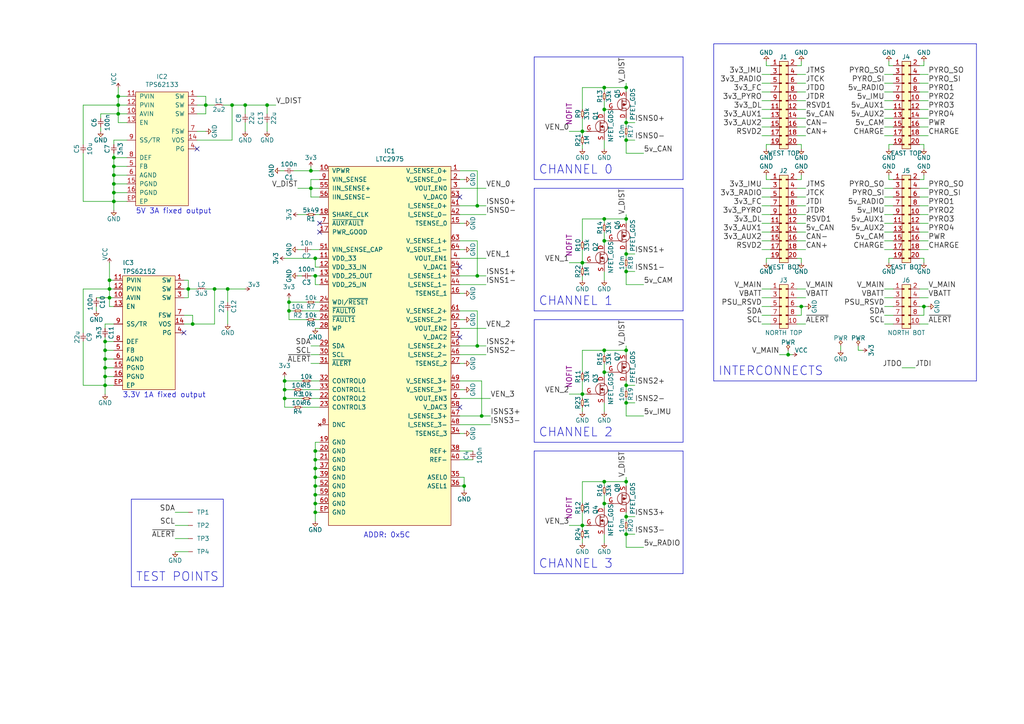
<source format=kicad_sch>
(kicad_sch (version 20230121) (generator eeschema)
  (paper "A4")
  (title_block (title "M3PSU - DC/DC 5V Converter Board") (date "2017-07-26") (rev "1") (company "CU Spaceflight") (comment 1 "Drawn by: Jamie Wood"))
  (junction (at 181.61 139.7))
  (junction (at 181.61 40.64))
  (junction (at 67.31 30.48))
  (junction (at 91.44 140.97))
  (junction (at 175.26 101.6))
  (junction (at 91.44 80.01))
  (junction (at 31.75 86.36))
  (junction (at 91.44 133.35))
  (junction (at 91.44 130.81))
  (junction (at 175.26 139.7))
  (junction (at 90.17 49.53))
  (junction (at 168.91 114.3))
  (junction (at 30.48 109.22))
  (junction (at 30.48 106.68))
  (junction (at 83.82 90.17))
  (junction (at 77.47 30.48))
  (junction (at 181.61 25.4))
  (junction (at 82.55 110.49))
  (junction (at 34.29 33.02))
  (junction (at 267.97 88.9))
  (junction (at 34.29 30.48))
  (junction (at 34.29 27.94))
  (junction (at 90.17 54.61))
  (junction (at 59.69 30.48))
  (junction (at 83.82 87.63))
  (junction (at 82.55 115.57))
  (junction (at 181.61 73.66))
  (junction (at 62.23 83.82))
  (junction (at 181.61 116.84))
  (junction (at 91.44 148.59))
  (junction (at 91.44 146.05))
  (junction (at 168.91 38.1))
  (junction (at 181.61 101.6))
  (junction (at 33.02 48.26))
  (junction (at 30.48 101.6))
  (junction (at 181.61 78.74))
  (junction (at 31.75 81.28))
  (junction (at 33.02 55.88))
  (junction (at 181.61 149.86))
  (junction (at 175.26 69.85))
  (junction (at 33.02 53.34))
  (junction (at 30.48 104.14))
  (junction (at 91.44 74.93))
  (junction (at 91.44 143.51))
  (junction (at 138.43 59.69))
  (junction (at 228.6 102.87))
  (junction (at 138.43 80.01))
  (junction (at 175.26 31.75))
  (junction (at 175.26 146.05))
  (junction (at 181.61 35.56))
  (junction (at 91.44 138.43))
  (junction (at 71.12 30.48))
  (junction (at 175.26 63.5))
  (junction (at 181.61 63.5))
  (junction (at 33.02 45.72))
  (junction (at 82.55 113.03))
  (junction (at 54.61 83.82))
  (junction (at 31.75 83.82))
  (junction (at 139.7 120.65))
  (junction (at 175.26 107.95))
  (junction (at 232.41 88.9))
  (junction (at 175.26 25.4))
  (junction (at 138.43 100.33))
  (junction (at 66.04 83.82))
  (junction (at 168.91 76.2))
  (junction (at 55.88 93.98))
  (junction (at 91.44 135.89))
  (junction (at 181.61 111.76))
  (junction (at 30.48 99.06))
  (junction (at 134.62 140.97))
  (junction (at 181.61 154.94))
  (junction (at 168.91 152.4))
  (junction (at 30.48 111.76))
  (junction (at 33.02 58.42))
  (junction (at 33.02 50.8))
  (no_connect (at 133.35 77.47))
  (no_connect (at 92.71 64.77))
  (no_connect (at 57.15 43.18))
  (no_connect (at 133.35 57.15))
  (no_connect (at 133.35 118.11))
  (no_connect (at 53.34 96.52))
  (no_connect (at 133.35 97.79))
  (no_connect (at 92.71 67.31))
  (wire (pts (xy 165.1 38.1) (xy 168.91 38.1)))
  (wire (pts (xy 267.97 41.91) (xy 267.97 43.18)))
  (wire (pts (xy 88.9 62.23) (xy 86.36 62.23)))
  (wire (pts (xy 266.7 83.82) (xy 269.24 83.82)))
  (wire (pts (xy 91.44 77.47) (xy 92.71 77.47)))
  (wire (pts (xy 33.02 53.34) (xy 36.83 53.34)))
  (wire (pts (xy 54.61 83.82) (xy 54.61 86.36)))
  (wire (pts (xy 168.91 63.5) (xy 168.91 69.85)))
  (polyline (pts (xy 64.77 144.78) (xy 38.1 144.78)))
  (wire (pts (xy 57.15 40.64) (xy 67.31 40.64)))
  (wire (pts (xy 181.61 63.5) (xy 181.61 64.77)))
  (wire (pts (xy 269.24 57.15) (xy 266.7 57.15)))
  (wire (pts (xy 257.81 19.05) (xy 257.81 17.78)))
  (wire (pts (xy 231.14 83.82) (xy 233.68 83.82)))
  (wire (pts (xy 256.54 67.31) (xy 259.08 67.31)))
  (wire (pts (xy 232.41 88.9) (xy 233.68 88.9)))
  (wire (pts (xy 33.02 58.42) (xy 36.83 58.42)))
  (wire (pts (xy 231.14 29.21) (xy 233.68 29.21)))
  (wire (pts (xy 90.17 49.53) (xy 90.17 48.26)))
  (polyline (pts (xy 198.12 92.71) (xy 154.94 92.71)))
  (wire (pts (xy 77.47 33.02) (xy 77.47 30.48)))
  (wire (pts (xy 30.48 111.76) (xy 33.02 111.76)))
  (wire (pts (xy 91.44 135.89) (xy 92.71 135.89)))
  (wire (pts (xy 91.44 128.27) (xy 91.44 130.81)))
  (wire (pts (xy 223.52 29.21) (xy 220.98 29.21)))
  (wire (pts (xy 142.24 115.57) (xy 133.35 115.57)))
  (wire (pts (xy 134.62 105.41) (xy 133.35 105.41)))
  (wire (pts (xy 134.62 138.43) (xy 134.62 140.97)))
  (wire (pts (xy 269.24 36.83) (xy 266.7 36.83)))
  (wire (pts (xy 168.91 72.39) (xy 168.91 76.2)))
  (wire (pts (xy 77.47 30.48) (xy 80.01 30.48)))
  (wire (pts (xy 168.91 76.2) (xy 168.91 77.47)))
  (wire (pts (xy 223.52 31.75) (xy 220.98 31.75)))
  (wire (pts (xy 181.61 40.64) (xy 181.61 44.45)))
  (wire (pts (xy 181.61 101.6) (xy 181.61 102.87)))
  (wire (pts (xy 30.48 101.6) (xy 30.48 104.14)))
  (wire (pts (xy 257.81 41.91) (xy 257.81 43.18)))
  (wire (pts (xy 181.61 78.74) (xy 181.61 82.55)))
  (polyline (pts (xy 283.21 110.49) (xy 283.21 12.7)))
  (wire (pts (xy 223.52 34.29) (xy 220.98 34.29)))
  (wire (pts (xy 34.29 33.02) (xy 36.83 33.02)))
  (wire (pts (xy 87.63 113.03) (xy 92.71 113.03)))
  (wire (pts (xy 90.17 52.07) (xy 90.17 54.61)))
  (wire (pts (xy 168.91 110.49) (xy 168.91 114.3)))
  (wire (pts (xy 83.82 87.63) (xy 83.82 90.17)))
  (wire (pts (xy 266.7 86.36) (xy 269.24 86.36)))
  (wire (pts (xy 66.04 83.82) (xy 66.04 87.63)))
  (wire (pts (xy 232.41 74.93) (xy 232.41 76.2)))
  (wire (pts (xy 92.71 128.27) (xy 91.44 128.27)))
  (polyline (pts (xy 154.94 130.81) (xy 154.94 166.37)))
  (wire (pts (xy 137.16 133.35) (xy 133.35 133.35)))
  (wire (pts (xy 92.71 100.33) (xy 90.17 100.33)))
  (wire (pts (xy 85.09 49.53) (xy 90.17 49.53)))
  (wire (pts (xy 62.23 93.98) (xy 62.23 83.82)))
  (wire (pts (xy 168.91 139.7) (xy 175.26 139.7)))
  (wire (pts (xy 175.26 69.85) (xy 176.53 69.85)))
  (wire (pts (xy 138.43 100.33) (xy 140.97 100.33)))
  (wire (pts (xy 133.35 72.39) (xy 134.62 72.39)))
  (wire (pts (xy 223.52 83.82) (xy 220.98 83.82)))
  (wire (pts (xy 92.71 92.71) (xy 91.44 92.71)))
  (wire (pts (xy 33.02 93.98) (xy 30.48 93.98)))
  (polyline (pts (xy 198.12 90.17) (xy 198.12 54.61)))
  (wire (pts (xy 256.54 39.37) (xy 259.08 39.37)))
  (wire (pts (xy 86.36 72.39) (xy 87.63 72.39)))
  (wire (pts (xy 53.34 83.82) (xy 54.61 83.82)))
  (wire (pts (xy 66.04 83.82) (xy 71.12 83.82)))
  (wire (pts (xy 269.24 69.85) (xy 266.7 69.85)))
  (wire (pts (xy 57.15 27.94) (xy 59.69 27.94)))
  (wire (pts (xy 266.7 54.61) (xy 269.24 54.61)))
  (wire (pts (xy 82.55 113.03) (xy 85.09 113.03)))
  (wire (pts (xy 83.82 90.17) (xy 83.82 92.71)))
  (polyline (pts (xy 38.1 170.18) (xy 64.77 170.18)))
  (wire (pts (xy 91.44 148.59) (xy 91.44 151.13)))
  (polyline (pts (xy 198.12 52.07) (xy 198.12 16.51)))
  (wire (pts (xy 175.26 143.51) (xy 175.26 146.05)))
  (wire (pts (xy 168.91 119.38) (xy 168.91 118.11)))
  (polyline (pts (xy 154.94 92.71) (xy 154.94 128.27)))
  (wire (pts (xy 82.55 74.93) (xy 91.44 74.93)))
  (wire (pts (xy 90.17 72.39) (xy 92.71 72.39)))
  (wire (pts (xy 30.48 104.14) (xy 30.48 106.68)))
  (wire (pts (xy 33.02 55.88) (xy 33.02 58.42)))
  (wire (pts (xy 231.14 59.69) (xy 233.68 59.69)))
  (wire (pts (xy 33.02 55.88) (xy 36.83 55.88)))
  (wire (pts (xy 86.36 54.61) (xy 90.17 54.61)))
  (wire (pts (xy 71.12 30.48) (xy 71.12 33.02)))
  (wire (pts (xy 259.08 36.83) (xy 256.54 36.83)))
  (wire (pts (xy 248.92 101.6) (xy 248.92 100.33)))
  (wire (pts (xy 231.14 19.05) (xy 232.41 19.05)))
  (wire (pts (xy 134.62 125.73) (xy 133.35 125.73)))
  (wire (pts (xy 33.02 81.28) (xy 31.75 81.28)))
  (wire (pts (xy 181.61 138.43) (xy 181.61 139.7)))
  (wire (pts (xy 90.17 54.61) (xy 92.71 54.61)))
  (wire (pts (xy 31.75 83.82) (xy 33.02 83.82)))
  (wire (pts (xy 175.26 25.4) (xy 181.61 25.4)))
  (wire (pts (xy 59.69 38.1) (xy 57.15 38.1)))
  (wire (pts (xy 82.55 110.49) (xy 82.55 113.03)))
  (wire (pts (xy 168.91 34.29) (xy 168.91 38.1)))
  (wire (pts (xy 24.13 58.42) (xy 24.13 44.45)))
  (wire (pts (xy 266.7 52.07) (xy 267.97 52.07)))
  (wire (pts (xy 133.35 110.49) (xy 139.7 110.49)))
  (wire (pts (xy 168.91 76.2) (xy 170.18 76.2)))
  (polyline (pts (xy 198.12 130.81) (xy 154.94 130.81)))
  (wire (pts (xy 222.25 52.07) (xy 223.52 52.07)))
  (wire (pts (xy 59.69 27.94) (xy 59.69 30.48)))
  (polyline (pts (xy 198.12 128.27) (xy 198.12 92.71)))
  (wire (pts (xy 175.26 69.85) (xy 175.26 71.12)))
  (wire (pts (xy 24.13 41.91) (xy 24.13 30.48)))
  (wire (pts (xy 138.43 59.69) (xy 140.97 59.69)))
  (wire (pts (xy 231.14 86.36) (xy 233.68 86.36)))
  (wire (pts (xy 175.26 146.05) (xy 176.53 146.05)))
  (wire (pts (xy 165.1 76.2) (xy 168.91 76.2)))
  (wire (pts (xy 24.13 58.42) (xy 33.02 58.42)))
  (wire (pts (xy 259.08 93.98) (xy 256.54 93.98)))
  (wire (pts (xy 184.15 149.86) (xy 181.61 149.86)))
  (wire (pts (xy 91.44 146.05) (xy 91.44 148.59)))
  (wire (pts (xy 184.15 111.76) (xy 181.61 111.76)))
  (wire (pts (xy 223.52 93.98) (xy 220.98 93.98)))
  (wire (pts (xy 232.41 19.05) (xy 232.41 17.78)))
  (wire (pts (xy 259.08 64.77) (xy 256.54 64.77)))
  (wire (pts (xy 92.71 82.55) (xy 91.44 82.55)))
  (wire (pts (xy 92.71 62.23) (xy 91.44 62.23)))
  (wire (pts (xy 223.52 24.13) (xy 220.98 24.13)))
  (wire (pts (xy 175.26 105.41) (xy 175.26 107.95)))
  (wire (pts (xy 138.43 80.01) (xy 140.97 80.01)))
  (wire (pts (xy 29.21 33.02) (xy 34.29 33.02)))
  (wire (pts (xy 33.02 50.8) (xy 36.83 50.8)))
  (wire (pts (xy 133.35 59.69) (xy 138.43 59.69)))
  (wire (pts (xy 133.35 62.23) (xy 140.97 62.23)))
  (wire (pts (xy 266.7 72.39) (xy 269.24 72.39)))
  (wire (pts (xy 175.26 78.74) (xy 175.26 81.28)))
  (wire (pts (xy 184.15 116.84) (xy 181.61 116.84)))
  (wire (pts (xy 223.52 57.15) (xy 220.98 57.15)))
  (polyline (pts (xy 154.94 90.17) (xy 198.12 90.17)))
  (wire (pts (xy 91.44 143.51) (xy 91.44 146.05)))
  (wire (pts (xy 231.14 41.91) (xy 232.41 41.91)))
  (wire (pts (xy 175.26 116.84) (xy 175.26 119.38)))
  (wire (pts (xy 140.97 82.55) (xy 133.35 82.55)))
  (wire (pts (xy 30.48 93.98) (xy 30.48 95.25)))
  (wire (pts (xy 175.26 64.77) (xy 175.26 63.5)))
  (wire (pts (xy 139.7 120.65) (xy 142.24 120.65)))
  (wire (pts (xy 133.35 80.01) (xy 138.43 80.01)))
  (wire (pts (xy 55.88 91.44) (xy 55.88 93.98)))
  (wire (pts (xy 259.08 54.61) (xy 256.54 54.61)))
  (wire (pts (xy 223.52 26.67) (xy 220.98 26.67)))
  (wire (pts (xy 133.35 138.43) (xy 134.62 138.43)))
  (wire (pts (xy 223.52 86.36) (xy 220.98 86.36)))
  (wire (pts (xy 175.26 146.05) (xy 175.26 147.32)))
  (wire (pts (xy 134.62 140.97) (xy 134.62 142.24)))
  (wire (pts (xy 91.44 140.97) (xy 92.71 140.97)))
  (polyline (pts (xy 283.21 12.7) (xy 207.01 12.7)))
  (wire (pts (xy 261.62 106.68) (xy 265.43 106.68)))
  (wire (pts (xy 266.7 88.9) (xy 267.97 88.9)))
  (wire (pts (xy 181.61 148.59) (xy 181.61 149.86)))
  (wire (pts (xy 223.52 91.44) (xy 220.98 91.44)))
  (wire (pts (xy 82.55 109.22) (xy 82.55 110.49)))
  (wire (pts (xy 83.82 86.36) (xy 83.82 87.63)))
  (wire (pts (xy 34.29 30.48) (xy 36.83 30.48)))
  (wire (pts (xy 91.44 82.55) (xy 91.44 80.01)))
  (wire (pts (xy 259.08 86.36) (xy 256.54 86.36)))
  (wire (pts (xy 54.61 160.02) (xy 50.8 160.02)))
  (wire (pts (xy 259.08 52.07) (xy 257.81 52.07)))
  (wire (pts (xy 267.97 88.9) (xy 269.24 88.9)))
  (wire (pts (xy 181.61 153.67) (xy 181.61 154.94)))
  (wire (pts (xy 82.55 113.03) (xy 82.55 115.57)))
  (wire (pts (xy 267.97 19.05) (xy 267.97 17.78)))
  (wire (pts (xy 34.29 27.94) (xy 34.29 30.48)))
  (wire (pts (xy 231.14 74.93) (xy 232.41 74.93)))
  (wire (pts (xy 223.52 62.23) (xy 220.98 62.23)))
  (wire (pts (xy 57.15 30.48) (xy 59.69 30.48)))
  (wire (pts (xy 91.44 148.59) (xy 92.71 148.59)))
  (wire (pts (xy 267.97 74.93) (xy 267.97 76.2)))
  (wire (pts (xy 181.61 115.57) (xy 181.61 116.84)))
  (wire (pts (xy 33.02 45.72) (xy 33.02 48.26)))
  (wire (pts (xy 269.24 29.21) (xy 266.7 29.21)))
  (wire (pts (xy 231.14 69.85) (xy 233.68 69.85)))
  (wire (pts (xy 81.28 49.53) (xy 82.55 49.53)))
  (wire (pts (xy 175.26 63.5) (xy 181.61 63.5)))
  (wire (pts (xy 257.81 52.07) (xy 257.81 50.8)))
  (wire (pts (xy 266.7 26.67) (xy 269.24 26.67)))
  (wire (pts (xy 231.14 34.29) (xy 233.68 34.29)))
  (wire (pts (xy 181.61 100.33) (xy 181.61 101.6)))
  (wire (pts (xy 168.91 25.4) (xy 168.91 31.75)))
  (wire (pts (xy 184.15 35.56) (xy 181.61 35.56)))
  (wire (pts (xy 54.61 81.28) (xy 53.34 81.28)))
  (wire (pts (xy 259.08 83.82) (xy 256.54 83.82)))
  (wire (pts (xy 83.82 90.17) (xy 85.09 90.17)))
  (wire (pts (xy 184.15 73.66) (xy 181.61 73.66)))
  (wire (pts (xy 243.84 100.33) (xy 243.84 101.6)))
  (wire (pts (xy 92.71 105.41) (xy 90.17 105.41)))
  (wire (pts (xy 31.75 83.82) (xy 31.75 86.36)))
  (wire (pts (xy 53.34 91.44) (xy 55.88 91.44)))
  (wire (pts (xy 168.91 148.59) (xy 168.91 152.4)))
  (polyline (pts (xy 38.1 144.78) (xy 38.1 170.18)))
  (wire (pts (xy 92.71 110.49) (xy 90.17 110.49)))
  (wire (pts (xy 91.44 135.89) (xy 91.44 138.43)))
  (wire (pts (xy 34.29 35.56) (xy 36.83 35.56)))
  (wire (pts (xy 133.35 140.97) (xy 134.62 140.97)))
  (wire (pts (xy 223.52 21.59) (xy 220.98 21.59)))
  (wire (pts (xy 34.29 33.02) (xy 34.29 35.56)))
  (wire (pts (xy 266.7 34.29) (xy 269.24 34.29)))
  (wire (pts (xy 55.88 93.98) (xy 62.23 93.98)))
  (polyline (pts (xy 154.94 52.07) (xy 198.12 52.07)))
  (polyline (pts (xy 154.94 166.37) (xy 198.12 166.37)))
  (wire (pts (xy 71.12 38.1) (xy 71.12 35.56)))
  (wire (pts (xy 91.44 133.35) (xy 91.44 135.89)))
  (wire (pts (xy 54.61 152.4) (xy 50.8 152.4)))
  (wire (pts (xy 266.7 93.98) (xy 269.24 93.98)))
  (wire (pts (xy 83.82 87.63) (xy 88.9 87.63)))
  (wire (pts (xy 231.14 39.37) (xy 233.68 39.37)))
  (wire (pts (xy 223.52 72.39) (xy 220.98 72.39)))
  (wire (pts (xy 138.43 49.53) (xy 138.43 59.69)))
  (wire (pts (xy 133.35 52.07) (xy 134.62 52.07)))
  (wire (pts (xy 138.43 90.17) (xy 138.43 100.33)))
  (wire (pts (xy 92.71 130.81) (xy 91.44 130.81)))
  (wire (pts (xy 92.71 52.07) (xy 90.17 52.07)))
  (wire (pts (xy 165.1 114.3) (xy 168.91 114.3)))
  (wire (pts (xy 24.13 30.48) (xy 34.29 30.48)))
  (wire (pts (xy 256.54 62.23) (xy 259.08 62.23)))
  (wire (pts (xy 34.29 25.4) (xy 34.29 27.94)))
  (wire (pts (xy 259.08 91.44) (xy 256.54 91.44)))
  (wire (pts (xy 220.98 69.85) (xy 223.52 69.85)))
  (wire (pts (xy 133.35 92.71) (xy 134.62 92.71)))
  (wire (pts (xy 33.02 44.45) (xy 33.02 45.72)))
  (wire (pts (xy 33.02 48.26) (xy 33.02 50.8)))
  (wire (pts (xy 24.13 111.76) (xy 30.48 111.76)))
  (wire (pts (xy 259.08 88.9) (xy 256.54 88.9)))
  (wire (pts (xy 181.61 116.84) (xy 181.61 120.65)))
  (wire (pts (xy 231.14 52.07) (xy 232.41 52.07)))
  (wire (pts (xy 226.06 102.87) (xy 228.6 102.87)))
  (wire (pts (xy 222.25 50.8) (xy 222.25 52.07)))
  (wire (pts (xy 33.02 50.8) (xy 33.02 53.34)))
  (wire (pts (xy 269.24 24.13) (xy 266.7 24.13)))
  (wire (pts (xy 91.44 87.63) (xy 92.71 87.63)))
  (wire (pts (xy 181.61 72.39) (xy 181.61 73.66)))
  (wire (pts (xy 91.44 130.81) (xy 91.44 133.35)))
  (wire (pts (xy 36.83 27.94) (xy 34.29 27.94)))
  (polyline (pts (xy 198.12 54.61) (xy 154.94 54.61)))
  (wire (pts (xy 168.91 38.1) (xy 168.91 39.37)))
  (wire (pts (xy 168.91 25.4) (xy 175.26 25.4)))
  (wire (pts (xy 181.61 158.75) (xy 186.69 158.75)))
  (wire (pts (xy 168.91 43.18) (xy 168.91 41.91)))
  (wire (pts (xy 175.26 26.67) (xy 175.26 25.4)))
  (wire (pts (xy 259.08 41.91) (xy 257.81 41.91)))
  (wire (pts (xy 181.61 111.76) (xy 181.61 113.03)))
  (wire (pts (xy 30.48 99.06) (xy 30.48 101.6)))
  (wire (pts (xy 223.52 54.61) (xy 220.98 54.61)))
  (wire (pts (xy 82.55 110.49) (xy 87.63 110.49)))
  (wire (pts (xy 257.81 74.93) (xy 257.81 76.2)))
  (wire (pts (xy 92.71 115.57) (xy 90.17 115.57)))
  (wire (pts (xy 223.52 59.69) (xy 220.98 59.69)))
  (wire (pts (xy 231.14 57.15) (xy 233.68 57.15)))
  (wire (pts (xy 133.35 100.33) (xy 138.43 100.33)))
  (wire (pts (xy 31.75 86.36) (xy 31.75 88.9)))
  (wire (pts (xy 231.14 67.31) (xy 233.68 67.31)))
  (wire (pts (xy 24.13 83.82) (xy 31.75 83.82)))
  (wire (pts (xy 256.54 34.29) (xy 259.08 34.29)))
  (wire (pts (xy 34.29 30.48) (xy 34.29 33.02)))
  (wire (pts (xy 67.31 40.64) (xy 67.31 30.48)))
  (wire (pts (xy 267.97 52.07) (xy 267.97 50.8)))
  (wire (pts (xy 91.44 138.43) (xy 92.71 138.43)))
  (polyline (pts (xy 64.77 170.18) (xy 64.77 144.78)))
  (wire (pts (xy 33.02 53.34) (xy 33.02 55.88)))
  (wire (pts (xy 256.54 29.21) (xy 259.08 29.21)))
  (wire (pts (xy 175.26 31.75) (xy 176.53 31.75)))
  (wire (pts (xy 181.61 110.49) (xy 181.61 111.76)))
  (wire (pts (xy 223.52 41.91) (xy 222.25 41.91)))
  (wire (pts (xy 231.14 64.77) (xy 233.68 64.77)))
  (wire (pts (xy 133.35 90.17) (xy 138.43 90.17)))
  (wire (pts (xy 90.17 57.15) (xy 92.71 57.15)))
  (wire (pts (xy 54.61 81.28) (xy 54.61 83.82)))
  (wire (pts (xy 259.08 74.93) (xy 257.81 74.93)))
  (wire (pts (xy 82.55 118.11) (xy 85.09 118.11)))
  (wire (pts (xy 266.7 39.37) (xy 269.24 39.37)))
  (wire (pts (xy 266.7 19.05) (xy 267.97 19.05)))
  (wire (pts (xy 266.7 31.75) (xy 269.24 31.75)))
  (wire (pts (xy 30.48 97.79) (xy 30.48 99.06)))
  (wire (pts (xy 168.91 101.6) (xy 168.91 107.95)))
  (wire (pts (xy 256.54 24.13) (xy 259.08 24.13)))
  (wire (pts (xy 181.61 73.66) (xy 181.61 74.93)))
  (wire (pts (xy 259.08 31.75) (xy 256.54 31.75)))
  (wire (pts (xy 256.54 72.39) (xy 259.08 72.39)))
  (wire (pts (xy 31.75 76.2) (xy 31.75 81.28)))
  (wire (pts (xy 231.14 24.13) (xy 233.68 24.13)))
  (wire (pts (xy 184.15 78.74) (xy 181.61 78.74)))
  (wire (pts (xy 31.75 88.9) (xy 33.02 88.9)))
  (wire (pts (xy 231.14 88.9) (xy 232.41 88.9)))
  (wire (pts (xy 31.75 86.36) (xy 33.02 86.36)))
  (wire (pts (xy 222.25 41.91) (xy 222.25 43.18)))
  (wire (pts (xy 59.69 30.48) (xy 62.23 30.48)))
  (polyline (pts (xy 154.94 128.27) (xy 198.12 128.27)))
  (wire (pts (xy 33.02 40.64) (xy 33.02 41.91)))
  (wire (pts (xy 139.7 110.49) (xy 139.7 120.65)))
  (wire (pts (xy 168.91 114.3) (xy 168.91 115.57)))
  (wire (pts (xy 231.14 54.61) (xy 233.68 54.61)))
  (wire (pts (xy 223.52 74.93) (xy 222.25 74.93)))
  (wire (pts (xy 33.02 99.06) (xy 30.48 99.06)))
  (wire (pts (xy 133.35 69.85) (xy 138.43 69.85)))
  (wire (pts (xy 223.52 39.37) (xy 220.98 39.37)))
  (wire (pts (xy 231.14 36.83) (xy 233.68 36.83)))
  (wire (pts (xy 59.69 30.48) (xy 59.69 33.02)))
  (wire (pts (xy 266.7 21.59) (xy 269.24 21.59)))
  (wire (pts (xy 91.44 146.05) (xy 92.71 146.05)))
  (wire (pts (xy 181.61 39.37) (xy 181.61 40.64)))
  (wire (pts (xy 181.61 24.13) (xy 181.61 25.4)))
  (wire (pts (xy 168.91 152.4) (xy 168.91 153.67)))
  (wire (pts (xy 133.35 74.93) (xy 140.97 74.93)))
  (wire (pts (xy 181.61 139.7) (xy 181.61 140.97)))
  (wire (pts (xy 62.23 83.82) (xy 66.04 83.82)))
  (wire (pts (xy 175.26 31.75) (xy 175.26 33.02)))
  (wire (pts (xy 175.26 67.31) (xy 175.26 69.85)))
  (wire (pts (xy 24.13 83.82) (xy 24.13 96.52)))
  (wire (pts (xy 133.35 113.03) (xy 134.62 113.03)))
  (wire (pts (xy 175.26 107.95) (xy 176.53 107.95)))
  (wire (pts (xy 181.61 35.56) (xy 181.61 36.83)))
  (wire (pts (xy 266.7 91.44) (xy 267.97 91.44)))
  (polyline (pts (xy 207.01 110.49) (xy 283.21 110.49)))
  (wire (pts (xy 50.8 156.21) (xy 54.61 156.21)))
  (wire (pts (xy 223.52 64.77) (xy 220.98 64.77)))
  (wire (pts (xy 165.1 152.4) (xy 168.91 152.4)))
  (wire (pts (xy 30.48 111.76) (xy 30.48 114.3)))
  (wire (pts (xy 228.6 101.6) (xy 228.6 102.87)))
  (wire (pts (xy 231.14 21.59) (xy 233.68 21.59)))
  (wire (pts (xy 24.13 99.06) (xy 24.13 111.76)))
  (wire (pts (xy 59.69 33.02) (xy 57.15 33.02)))
  (wire (pts (xy 30.48 109.22) (xy 33.02 109.22)))
  (wire (pts (xy 33.02 48.26) (xy 36.83 48.26)))
  (wire (pts (xy 267.97 91.44) (xy 267.97 88.9)))
  (wire (pts (xy 27.94 90.17) (xy 27.94 88.9)))
  (wire (pts (xy 66.04 90.17) (xy 66.04 93.98)))
  (wire (pts (xy 259.08 59.69) (xy 256.54 59.69)))
  (wire (pts (xy 91.44 80.01) (xy 92.71 80.01)))
  (wire (pts (xy 87.63 90.17) (xy 92.71 90.17)))
  (wire (pts (xy 181.61 154.94) (xy 181.61 158.75)))
  (wire (pts (xy 181.61 120.65) (xy 186.69 120.65)))
  (wire (pts (xy 90.17 80.01) (xy 91.44 80.01)))
  (wire (pts (xy 30.48 101.6) (xy 33.02 101.6)))
  (wire (pts (xy 181.61 44.45) (xy 186.69 44.45)))
  (wire (pts (xy 91.44 143.51) (xy 92.71 143.51)))
  (wire (pts (xy 184.15 40.64) (xy 181.61 40.64)))
  (wire (pts (xy 59.69 83.82) (xy 62.23 83.82)))
  (wire (pts (xy 222.25 74.93) (xy 222.25 76.2)))
  (wire (pts (xy 232.41 91.44) (xy 232.41 88.9)))
  (wire (pts (xy 91.44 138.43) (xy 91.44 140.97)))
  (wire (pts (xy 91.44 133.35) (xy 92.71 133.35)))
  (wire (pts (xy 138.43 69.85) (xy 138.43 80.01)))
  (polyline (pts (xy 198.12 16.51) (xy 154.94 16.51)))
  (wire (pts (xy 168.91 38.1) (xy 170.18 38.1)))
  (wire (pts (xy 168.91 101.6) (xy 175.26 101.6)))
  (wire (pts (xy 67.31 30.48) (xy 71.12 30.48)))
  (wire (pts (xy 77.47 38.1) (xy 77.47 35.56)))
  (polyline (pts (xy 198.12 166.37) (xy 198.12 130.81)))
  (wire (pts (xy 181.61 62.23) (xy 181.61 63.5)))
  (wire (pts (xy 269.24 62.23) (xy 266.7 62.23)))
  (wire (pts (xy 259.08 19.05) (xy 257.81 19.05)))
  (wire (pts (xy 30.48 104.14) (xy 33.02 104.14)))
  (wire (pts (xy 266.7 59.69) (xy 269.24 59.69)))
  (wire (pts (xy 256.54 57.15) (xy 259.08 57.15)))
  (wire (pts (xy 54.61 86.36) (xy 53.34 86.36)))
  (wire (pts (xy 175.26 140.97) (xy 175.26 139.7)))
  (wire (pts (xy 90.17 49.53) (xy 92.71 49.53)))
  (wire (pts (xy 82.55 115.57) (xy 82.55 118.11)))
  (wire (pts (xy 181.61 149.86) (xy 181.61 151.13)))
  (wire (pts (xy 220.98 88.9) (xy 223.52 88.9)))
  (wire (pts (xy 222.25 17.78) (xy 222.25 19.05)))
  (wire (pts (xy 91.44 77.47) (xy 91.44 74.93)))
  (wire (pts (xy 266.7 67.31) (xy 269.24 67.31)))
  (wire (pts (xy 181.61 82.55) (xy 186.69 82.55)))
  (wire (pts (xy 250.19 101.6) (xy 248.92 101.6)))
  (polyline (pts (xy 154.94 54.61) (xy 154.94 90.17)))
  (wire (pts (xy 168.91 63.5) (xy 175.26 63.5)))
  (wire (pts (xy 181.61 25.4) (xy 181.61 26.67)))
  (wire (pts (xy 133.35 49.53) (xy 138.43 49.53)))
  (wire (pts (xy 266.7 74.93) (xy 267.97 74.93)))
  (wire (pts (xy 87.63 118.11) (xy 92.71 118.11)))
  (wire (pts (xy 175.26 139.7) (xy 181.61 139.7)))
  (wire (pts (xy 168.91 139.7) (xy 168.91 146.05)))
  (wire (pts (xy 266.7 41.91) (xy 267.97 41.91)))
  (polyline (pts (xy 154.94 16.51) (xy 154.94 52.07)))
  (wire (pts (xy 82.55 115.57) (xy 87.63 115.57)))
  (wire (pts (xy 64.77 30.48) (xy 67.31 30.48)))
  (wire (pts (xy 71.12 30.48) (xy 77.47 30.48)))
  (wire (pts (xy 29.21 33.02) (xy 29.21 34.29)))
  (wire (pts (xy 231.14 72.39) (xy 233.68 72.39)))
  (wire (pts (xy 228.6 102.87) (xy 229.87 102.87)))
  (wire (pts (xy 90.17 54.61) (xy 90.17 57.15)))
  (wire (pts (xy 259.08 21.59) (xy 256.54 21.59)))
  (wire (pts (xy 222.25 19.05) (xy 223.52 19.05)))
  (wire (pts (xy 231.14 26.67) (xy 233.68 26.67)))
  (wire (pts (xy 259.08 69.85) (xy 256.54 69.85)))
  (wire (pts (xy 168.91 114.3) (xy 170.18 114.3)))
  (wire (pts (xy 133.35 123.19) (xy 142.24 123.19)))
  (wire (pts (xy 181.61 34.29) (xy 181.61 35.56)))
  (wire (pts (xy 231.14 31.75) (xy 233.68 31.75)))
  (wire (pts (xy 134.62 64.77) (xy 133.35 64.77)))
  (wire (pts (xy 175.26 107.95) (xy 175.26 109.22)))
  (wire (pts (xy 231.14 93.98) (xy 233.68 93.98)))
  (wire (pts (xy 36.83 40.64) (xy 33.02 40.64)))
  (wire (pts (xy 168.91 157.48) (xy 168.91 156.21)))
  (wire (pts (xy 86.36 80.01) (xy 87.63 80.01)))
  (wire (pts (xy 54.61 83.82) (xy 57.15 83.82)))
  (wire (pts (xy 175.26 154.94) (xy 175.26 157.48)))
  (wire (pts (xy 184.15 154.94) (xy 181.61 154.94)))
  (wire (pts (xy 30.48 106.68) (xy 33.02 106.68)))
  (wire (pts (xy 30.48 109.22) (xy 30.48 111.76)))
  (wire (pts (xy 133.35 130.81) (xy 137.16 130.81)))
  (wire (pts (xy 175.26 101.6) (xy 181.61 101.6)))
  (wire (pts (xy 168.91 81.28) (xy 168.91 80.01)))
  (wire (pts (xy 232.41 41.91) (xy 232.41 43.18)))
  (wire (pts (xy 36.83 45.72) (xy 33.02 45.72)))
  (wire (pts (xy 92.71 102.87) (xy 90.17 102.87)))
  (wire (pts (xy 29.21 38.1) (xy 29.21 36.83)))
  (wire (pts (xy 259.08 26.67) (xy 256.54 26.67)))
  (wire (pts (xy 31.75 81.28) (xy 31.75 83.82)))
  (wire (pts (xy 220.98 36.83) (xy 223.52 36.83)))
  (wire (pts (xy 27.94 86.36) (xy 31.75 86.36)))
  (wire (pts (xy 175.26 29.21) (xy 175.26 31.75)))
  (wire (pts (xy 168.91 152.4) (xy 170.18 152.4)))
  (polyline (pts (xy 207.01 12.7) (xy 207.01 110.49)))
  (wire (pts (xy 30.48 106.68) (xy 30.48 109.22)))
  (wire (pts (xy 33.02 58.42) (xy 33.02 60.96)))
  (wire (pts (xy 53.34 93.98) (xy 55.88 93.98)))
  (wire (pts (xy 223.52 67.31) (xy 220.98 67.31)))
  (wire (pts (xy 266.7 64.77) (xy 269.24 64.77)))
  (wire (pts (xy 133.35 95.25) (xy 140.97 95.25)))
  (wire (pts (xy 231.14 62.23) (xy 233.68 62.23)))
  (wire (pts (xy 175.26 40.64) (xy 175.26 43.18)))
  (wire (pts (xy 175.26 102.87) (xy 175.26 101.6)))
  (wire (pts (xy 232.41 52.07) (xy 232.41 50.8)))
  (wire (pts (xy 133.35 120.65) (xy 139.7 120.65)))
  (wire (pts (xy 133.35 102.87) (xy 140.97 102.87)))
  (wire (pts (xy 50.8 148.59) (xy 54.61 148.59)))
  (wire (pts (xy 91.44 140.97) (xy 91.44 143.51)))
  (wire (pts (xy 231.14 91.44) (xy 232.41 91.44)))
  (wire (pts (xy 134.62 85.09) (xy 133.35 85.09)))
  (wire (pts (xy 91.44 95.25) (xy 92.71 95.25)))
  (wire (pts (xy 83.82 92.71) (xy 88.9 92.71)))
  (wire (pts (xy 91.44 74.93) (xy 92.71 74.93)))
  (wire (pts (xy 133.35 54.61) (xy 140.97 54.61)))
  (wire (pts (xy 181.61 77.47) (xy 181.61 78.74)))
  (text "5V 3A fixed output" (at 39.37 62.23 0) (effects (font (size 1.524 1.524)) (justify left bottom)))
  (text "3.3V 1A fixed output" (at 35.56 115.57 0) (effects (font (size 1.524 1.524)) (justify left bottom)))
  (text "CHANNEL 3" (at 156.21 165.1 0) (effects (font (size 2.54 2.54)) (justify left bottom)))
  (text "CHANNEL 1" (at 156.21 88.9 0) (effects (font (size 2.54 2.54)) (justify left bottom)))
  (text "CHANNEL 2" (at 156.21 127 0) (effects (font (size 2.54 2.54)) (justify left bottom)))
  (text "ADDR: 0x5C" (at 105.41 156.21 0) (effects (font (size 1.524 1.524)) (justify left bottom)))
  (text "TEST POINTS" (at 39.37 168.91 0) (effects (font (size 2.54 2.54)) (justify left bottom)))
  (text "INTERCONNECTS" (at 208.28 109.22 0) (effects (font (size 2.54 2.54)) (justify left bottom)))
  (text "CHANNEL 0" (at 156.21 50.8 0) (effects (font (size 2.54 2.54)) (justify left bottom)))
  (label "PWR" (at 269.24 36.83 0) (effects (font (size 1.524 1.524))))
  (label "VEN_1" (at 140.97 74.93 0) (effects (font (size 1.524 1.524))))
  (label "PYRO2" (at 269.24 29.21 0) (effects (font (size 1.524 1.524))))
  (label "PYRO_SO" (at 269.24 54.61 0) (effects (font (size 1.524 1.524))))
  (label "VEN_0" (at 140.97 54.61 0) (effects (font (size 1.524 1.524))))
  (label "CAN-" (at 233.68 36.83 0) (effects (font (size 1.524 1.524))))
  (label "CAN-" (at 233.68 69.85 0) (effects (font (size 1.524 1.524))))
  (label "3v3_RADIO" (at 220.98 24.13 180) (effects (font (size 1.524 1.524))))
  (label "VBATT" (at 233.68 86.36 0) (effects (font (size 1.524 1.524))))
  (label "PYRO2" (at 269.24 62.23 0) (effects (font (size 1.524 1.524))))
  (label "V_DIST" (at 181.61 138.43 90) (effects (font (size 1.524 1.524))))
  (label "PWR" (at 269.24 69.85 0) (effects (font (size 1.524 1.524))))
  (label "VEN_1" (at 165.1 76.2 180) (effects (font (size 1.524 1.524))))
  (label "ISNS3-" (at 184.15 154.94 0) (effects (font (size 1.524 1.524))))
  (label "VEN_3" (at 165.1 152.4 180) (effects (font (size 1.524 1.524))))
  (label "5v_IMU" (at 186.69 120.65 0) (effects (font (size 1.524 1.524))))
  (label "5v_CAN" (at 186.69 44.45 0) (effects (font (size 1.524 1.524))))
  (label "5v_IMU" (at 256.54 62.23 180) (effects (font (size 1.524 1.524))))
  (label "VEN_2" (at 165.1 114.3 180) (effects (font (size 1.524 1.524))))
  (label "ISNS2-" (at 140.97 102.87 0) (effects (font (size 1.524 1.524))))
  (label "SDA" (at 90.17 100.33 180) (effects (font (size 1.524 1.524))))
  (label "RSVD2" (at 220.98 39.37 180) (effects (font (size 1.524 1.524))))
  (label "ISNS0-" (at 184.15 40.64 0) (effects (font (size 1.524 1.524))))
  (label "PYRO_SO" (at 256.54 54.61 180) (effects (font (size 1.524 1.524))))
  (label "SDA" (at 220.98 91.44 180) (effects (font (size 1.524 1.524))))
  (label "ISNS3+" (at 184.15 149.86 0) (effects (font (size 1.524 1.524))))
  (label "SCL" (at 220.98 93.98 180) (effects (font (size 1.524 1.524))))
  (label "JTDI" (at 233.68 59.69 0) (effects (font (size 1.524 1.524))))
  (label "PYRO_SI" (at 256.54 24.13 180) (effects (font (size 1.524 1.524))))
  (label "~{ALERT}" (at 90.17 105.41 180) (effects (font (size 1.524 1.524))))
  (label "PYRO4" (at 269.24 67.31 0) (effects (font (size 1.524 1.524))))
  (label "VBATT" (at 220.98 86.36 180) (effects (font (size 1.524 1.524))))
  (label "3v3_FC" (at 220.98 26.67 180) (effects (font (size 1.524 1.524))))
  (label "V_DIST" (at 86.36 54.61 180) (effects (font (size 1.524 1.524))))
  (label "RSVD2" (at 220.98 72.39 180) (effects (font (size 1.524 1.524))))
  (label "~{ALERT}" (at 50.8 156.21 180) (effects (font (size 1.524 1.524))))
  (label "5v_AUX2" (at 256.54 34.29 180) (effects (font (size 1.524 1.524))))
  (label "5v_RADIO" (at 256.54 26.67 180) (effects (font (size 1.524 1.524))))
  (label "5v_AUX1" (at 256.54 64.77 180) (effects (font (size 1.524 1.524))))
  (label "JTDO" (at 261.62 106.68 180) (effects (font (size 1.524 1.524))))
  (label "SDA" (at 50.8 148.59 180) (effects (font (size 1.524 1.524))))
  (label "PYRO_SO" (at 269.24 21.59 0) (effects (font (size 1.524 1.524))))
  (label "JTDR" (at 233.68 62.23 0) (effects (font (size 1.524 1.524))))
  (label "PYRO_SI" (at 269.24 57.15 0) (effects (font (size 1.524 1.524))))
  (label "CHARGE" (at 269.24 72.39 0) (effects (font (size 1.524 1.524))))
  (label "~{ALERT}" (at 233.68 93.98 0) (effects (font (size 1.524 1.524))))
  (label "5v_AUX2" (at 256.54 67.31 180) (effects (font (size 1.524 1.524))))
  (label "ISNS1+" (at 140.97 80.01 0) (effects (font (size 1.524 1.524))))
  (label "ISNS3+" (at 142.24 120.65 0) (effects (font (size 1.524 1.524))))
  (label "JTDO" (at 233.68 26.67 0) (effects (font (size 1.524 1.524))))
  (label "RSVD1" (at 233.68 31.75 0) (effects (font (size 1.524 1.524))))
  (label "PYRO1" (at 269.24 26.67 0) (effects (font (size 1.524 1.524))))
  (label "PYRO3" (at 269.24 31.75 0) (effects (font (size 1.524 1.524))))
  (label "JTCK" (at 233.68 57.15 0) (effects (font (size 1.524 1.524))))
  (label "V_DIST" (at 80.01 30.48 0) (effects (font (size 1.524 1.524))))
  (label "JTDI" (at 265.43 106.68 0) (effects (font (size 1.524 1.524))))
  (label "3v3_AUX2" (at 220.98 36.83 180) (effects (font (size 1.524 1.524))))
  (label "3v3_RADIO" (at 220.98 57.15 180) (effects (font (size 1.524 1.524))))
  (label "JTCK" (at 233.68 24.13 0) (effects (font (size 1.524 1.524))))
  (label "5v_AUX1" (at 256.54 31.75 180) (effects (font (size 1.524 1.524))))
  (label "PYRO_SO" (at 256.54 21.59 180) (effects (font (size 1.524 1.524))))
  (label "5v_CAN" (at 233.68 67.31 0) (effects (font (size 1.524 1.524))))
  (label "PSU_RSVD" (at 256.54 88.9 180) (effects (font (size 1.524 1.524))))
  (label "VEN_3" (at 142.24 115.57 0) (effects (font (size 1.524 1.524))))
  (label "SCL" (at 90.17 102.87 180) (effects (font (size 1.524 1.524))))
  (label "CHARGE" (at 256.54 72.39 180) (effects (font (size 1.524 1.524))))
  (label "JTMS" (at 233.68 21.59 0) (effects (font (size 1.524 1.524))))
  (label "SCL" (at 50.8 152.4 180) (effects (font (size 1.524 1.524))))
  (label "5v_IMU" (at 256.54 29.21 180) (effects (font (size 1.524 1.524))))
  (label "3v3_AUX1" (at 220.98 67.31 180) (effects (font (size 1.524 1.524))))
  (label "ISNS0+" (at 140.97 59.69 0) (effects (font (size 1.524 1.524))))
  (label "ISNS2+" (at 184.15 111.76 0) (effects (font (size 1.524 1.524))))
  (label "PYRO4" (at 269.24 34.29 0) (effects (font (size 1.524 1.524))))
  (label "ISNS0-" (at 140.97 62.23 0) (effects (font (size 1.524 1.524))))
  (label "V_MAIN" (at 256.54 83.82 180) (effects (font (size 1.524 1.524))))
  (label "ISNS1+" (at 184.15 73.66 0) (effects (font (size 1.524 1.524))))
  (label "3v3_PYRO" (at 220.98 62.23 180) (effects (font (size 1.524 1.524))))
  (label "5v_CAN" (at 233.68 34.29 0) (effects (font (size 1.524 1.524))))
  (label "3v3_IMU" (at 220.98 54.61 180) (effects (font (size 1.524 1.524))))
  (label "CHARGE" (at 269.24 39.37 0) (effects (font (size 1.524 1.524))))
  (label "VEN_0" (at 165.1 38.1 180) (effects (font (size 1.524 1.524))))
  (label "V_MAIN" (at 269.24 83.82 0) (effects (font (size 1.524 1.524))))
  (label "V_MAIN" (at 226.06 102.87 180) (effects (font (size 1.524 1.524))))
  (label "ISNS2-" (at 184.15 116.84 0) (effects (font (size 1.524 1.524))))
  (label "V_MAIN" (at 220.98 83.82 180) (effects (font (size 1.524 1.524))))
  (label "V_MAIN" (at 233.68 83.82 0) (effects (font (size 1.524 1.524))))
  (label "5v_RADIO" (at 186.69 158.75 0) (effects (font (size 1.524 1.524))))
  (label "PSU_RSVD" (at 220.98 88.9 180) (effects (font (size 1.524 1.524))))
  (label "SDA" (at 256.54 91.44 180) (effects (font (size 1.524 1.524))))
  (label "VBATT" (at 256.54 86.36 180) (effects (font (size 1.524 1.524))))
  (label "3v3_DL" (at 220.98 31.75 180) (effects (font (size 1.524 1.524))))
  (label "V_DIST" (at 181.61 62.23 90) (effects (font (size 1.524 1.524))))
  (label "3v3_AUX1" (at 220.98 34.29 180) (effects (font (size 1.524 1.524))))
  (label "PYRO_SI" (at 256.54 57.15 180) (effects (font (size 1.524 1.524))))
  (label "SCL" (at 256.54 93.98 180) (effects (font (size 1.524 1.524))))
  (label "PYRO3" (at 269.24 64.77 0) (effects (font (size 1.524 1.524))))
  (label "CHARGE" (at 256.54 39.37 180) (effects (font (size 1.524 1.524))))
  (label "PYRO1" (at 269.24 59.69 0) (effects (font (size 1.524 1.524))))
  (label "3v3_DL" (at 220.98 64.77 180) (effects (font (size 1.524 1.524))))
  (label "VEN_2" (at 140.97 95.25 0) (effects (font (size 1.524 1.524))))
  (label "JTMS" (at 233.68 54.61 0) (effects (font (size 1.524 1.524))))
  (label "V_DIST" (at 181.61 24.13 90) (effects (font (size 1.524 1.524))))
  (label "RSVD1" (at 233.68 64.77 0) (effects (font (size 1.524 1.524))))
  (label "3v3_AUX2" (at 220.98 69.85 180) (effects (font (size 1.524 1.524))))
  (label "ISNS3-" (at 142.24 123.19 0) (effects (font (size 1.524 1.524))))
  (label "~{ALERT}" (at 269.24 93.98 0) (effects (font (size 1.524 1.524))))
  (label "5v_CAM" (at 186.69 82.55 0) (effects (font (size 1.524 1.524))))
  (label "3v3_FC" (at 220.98 59.69 180) (effects (font (size 1.524 1.524))))
  (label "5v_RADIO" (at 256.54 59.69 180) (effects (font (size 1.524 1.524))))
  (label "ISNS1-" (at 140.97 82.55 0) (effects (font (size 1.524 1.524))))
  (label "3v3_IMU" (at 220.98 21.59 180) (effects (font (size 1.524 1.524))))
  (label "3v3_PYRO" (at 220.98 29.21 180) (effects (font (size 1.524 1.524))))
  (label "CAN+" (at 233.68 72.39 0) (effects (font (size 1.524 1.524))))
  (label "5v_CAM" (at 256.54 69.85 180) (effects (font (size 1.524 1.524))))
  (label "V_DIST" (at 181.61 100.33 90) (effects (font (size 1.524 1.524))))
  (label "ISNS0+" (at 184.15 35.56 0) (effects (font (size 1.524 1.524))))
  (label "PYRO_SI" (at 269.24 24.13 0) (effects (font (size 1.524 1.524))))
  (label "VBATT" (at 269.24 86.36 0) (effects (font (size 1.524 1.524))))
  (label "ISNS2+" (at 140.97 100.33 0) (effects (font (size 1.524 1.524))))
  (label "JTDR" (at 233.68 29.21 0) (effects (font (size 1.524 1.524))))
  (label "CAN+" (at 233.68 39.37 0) (effects (font (size 1.524 1.524))))
  (label "5v_CAM" (at 256.54 36.83 180) (effects (font (size 1.524 1.524))))
  (label "ISNS1-" (at 184.15 78.74 0) (effects (font (size 1.524 1.524))))
  (symbol (lib_id "DCDC-5V-rescue:GND") (at 232.41 43.18 0) (unit 1)
    (property "Reference" "#PWR01" (effects hide))
    (property "Value" "GND" (at 232.41 45.72 0))
  )
  (symbol (lib_id "DCDC-5V-rescue:GND") (at 222.25 43.18 0) (unit 1)
    (property "Reference" "#PWR02" (effects hide))
    (property "Value" "GND" (at 222.25 45.72 0))
  )
  (symbol (lib_id "DCDC-5V-rescue:GND") (at 222.25 17.78 180) (unit 1)
    (property "Reference" "#PWR03" (effects hide))
    (property "Value" "GND" (at 222.25 15.24 0))
  )
  (symbol (lib_id "DCDC-5V-rescue:GND") (at 232.41 17.78 180) (unit 1)
    (property "Reference" "#PWR04" (effects hide))
    (property "Value" "GND" (at 232.41 15.24 0))
  )
  (symbol (lib_id "DCDC-5V-rescue:GND") (at 257.81 43.18 0) (unit 1)
    (property "Reference" "#PWR05" (effects hide))
    (property "Value" "GND" (at 257.81 45.72 0))
  )
  (symbol (lib_id "DCDC-5V-rescue:GND") (at 267.97 43.18 0) (unit 1)
    (property "Reference" "#PWR06" (effects hide))
    (property "Value" "GND" (at 267.97 45.72 0))
  )
  (symbol (lib_id "DCDC-5V-rescue:GND") (at 257.81 17.78 180) (unit 1)
    (property "Reference" "#PWR07" (effects hide))
    (property "Value" "GND" (at 257.81 15.24 0))
  )
  (symbol (lib_id "DCDC-5V-rescue:GND") (at 267.97 17.78 180) (unit 1)
    (property "Reference" "#PWR08" (effects hide))
    (property "Value" "GND" (at 267.97 15.24 0))
  )
  (symbol (lib_id "DCDC-5V-rescue:GND") (at 232.41 76.2 0) (unit 1)
    (property "Reference" "#PWR09" (effects hide))
    (property "Value" "GND" (at 232.41 78.74 0))
  )
  (symbol (lib_id "DCDC-5V-rescue:GND") (at 222.25 76.2 0) (unit 1)
    (property "Reference" "#PWR010" (effects hide))
    (property "Value" "GND" (at 222.25 78.74 0))
  )
  (symbol (lib_id "DCDC-5V-rescue:GND") (at 222.25 50.8 180) (unit 1)
    (property "Reference" "#PWR011" (effects hide))
    (property "Value" "GND" (at 222.25 48.26 0))
  )
  (symbol (lib_id "DCDC-5V-rescue:GND") (at 232.41 50.8 180) (unit 1)
    (property "Reference" "#PWR012" (effects hide))
    (property "Value" "GND" (at 232.41 48.26 0))
  )
  (symbol (lib_id "DCDC-5V-rescue:GND") (at 257.81 76.2 0) (unit 1)
    (property "Reference" "#PWR013" (effects hide))
    (property "Value" "GND" (at 257.81 78.74 0))
  )
  (symbol (lib_id "DCDC-5V-rescue:GND") (at 267.97 76.2 0) (unit 1)
    (property "Reference" "#PWR014" (effects hide))
    (property "Value" "GND" (at 267.97 78.74 0))
  )
  (symbol (lib_id "DCDC-5V-rescue:GND") (at 257.81 50.8 180) (unit 1)
    (property "Reference" "#PWR015" (effects hide))
    (property "Value" "GND" (at 257.81 48.26 0))
  )
  (symbol (lib_id "DCDC-5V-rescue:GND") (at 267.97 50.8 180) (unit 1)
    (property "Reference" "#PWR016" (effects hide))
    (property "Value" "GND" (at 267.97 48.26 0))
  )
  (symbol (lib_id "DCDC-5V-rescue:GND") (at 243.84 101.6 0) (unit 1)
    (property "Reference" "#PWR017" (effects hide))
    (property "Value" "GND" (at 243.84 104.14 0))
  )
  (symbol (lib_id "DCDC-5V-rescue:PWR") (at 243.84 100.33 0) (unit 1)
    (property "Reference" "#FLG018" (effects hide))
    (property "Value" "PWR" (at 243.84 98.044 0))
  )
  (symbol (lib_id "DCDC-5V-rescue:CONN_02x10") (at 228.6 19.05 0) (unit 1)
    (property "Reference" "J1" (at 226.06 16.51 0) (effects (justify left)))
    (property "Value" "WEST TOP" (at 227.33 44.45 0))
    (property "Footprint" "agg:TFML-110-02-L-D" (effects hide))
    (property "Samtec" "TFML-110-02-L-D" (effects hide))
  )
  (symbol (lib_id "DCDC-5V-rescue:CONN_02x10") (at 264.16 19.05 0) (unit 1)
    (property "Reference" "J4" (at 261.62 16.51 0) (effects (justify left)))
    (property "Value" "EAST TOP" (at 262.89 44.45 0))
    (property "Footprint" "agg:TFML-110-02-L-D" (effects hide))
    (property "Samtec" "TFML-110-02-L-D" (effects hide))
  )
  (symbol (lib_id "DCDC-5V-rescue:CONN_02x10") (at 228.6 52.07 0) (unit 1)
    (property "Reference" "J2" (at 226.06 49.53 0) (effects (justify left)))
    (property "Value" "WEST BOT" (at 227.33 77.47 0))
    (property "Footprint" "agg:SFML-110-02-L-D-LC" (effects hide))
    (property "Samtec" "SFML-110-02-L-D-LC" (effects hide))
  )
  (symbol (lib_id "DCDC-5V-rescue:CONN_02x10") (at 264.16 52.07 0) (unit 1)
    (property "Reference" "J5" (at 261.62 49.53 0) (effects (justify left)))
    (property "Value" "EAST BOT" (at 262.89 77.47 0))
    (property "Footprint" "agg:SFML-110-02-L-D-LC" (effects hide))
    (property "Samtec" "SFML-110-02-L-D-LC" (effects hide))
  )
  (symbol (lib_id "DCDC-5V-rescue:CONN_02x05") (at 228.6 83.82 0) (unit 1)
    (property "Reference" "J3" (at 226.06 81.28 0) (effects (justify left)))
    (property "Value" "NORTH TOP" (at 227.33 96.52 0))
    (property "Footprint" "agg:TFML-105-02-L-D" (effects hide))
    (property "Samtec" "TFML-105-02-L-D" (effects hide))
  )
  (symbol (lib_id "DCDC-5V-rescue:CONN_02x05") (at 264.16 83.82 0) (unit 1)
    (property "Reference" "J6" (at 261.62 81.28 0) (effects (justify left)))
    (property "Value" "NORTH BOT" (at 262.89 96.52 0))
    (property "Footprint" "agg:SFML-105-02-L-D-LC" (effects hide))
    (property "Samtec" "SFML-105-02-L-D-LC" (effects hide))
  )
  (symbol (lib_id "DCDC-5V-rescue:VCC") (at 229.87 102.87 270) (unit 1)
    (property "Reference" "#PWR019" (effects hide))
    (property "Value" "VCC" (at 232.41 101.6 90))
  )
  (symbol (lib_id "DCDC-5V-rescue:PWR") (at 228.6 101.6 0) (unit 1)
    (property "Reference" "#FLG020" (effects hide))
    (property "Value" "PWR" (at 228.6 99.314 0))
  )
  (symbol (lib_id "DCDC-5V-rescue:LTC2975") (at 113.03 100.33 0) (unit 1)
    (property "Reference" "IC1" (at 113.03 43.815 0))
    (property "Value" "LTC2975" (at 113.03 46.1264 0))
    (property "Footprint" "agg:QFN-64-EP-LTC-UP" (effects hide))
    (property "Datasheet" "https://cds.linear.com/docs/en/datasheet/2975f.pdf" (effects hide))
    (property "Farnell" "2461150" (effects hide))
  )
  (symbol (lib_id "DCDC-5V-rescue:GND") (at 269.24 88.9 90) (unit 1)
    (property "Reference" "#PWR021" (effects hide))
    (property "Value" "GND" (at 271.78 88.9 0))
  )
  (symbol (lib_id "DCDC-5V-rescue:GND") (at 233.68 88.9 90) (unit 1)
    (property "Reference" "#PWR022" (effects hide))
    (property "Value" "GND" (at 236.22 88.9 0))
  )
  (symbol (lib_id "DCDC-5V-rescue:GND") (at 91.44 151.13 0) (unit 1)
    (property "Reference" "#PWR023" (effects hide))
    (property "Value" "GND" (at 91.44 153.67 0))
  )
  (symbol (lib_id "DCDC-5V-rescue:GND") (at 91.44 95.25 0) (unit 1)
    (property "Reference" "#PWR024" (effects hide))
    (property "Value" "GND" (at 91.44 97.79 0))
  )
  (symbol (lib_id "DCDC-5V-rescue:GND") (at 86.36 72.39 270) (unit 1)
    (property "Reference" "#PWR025" (effects hide))
    (property "Value" "GND" (at 83.82 72.39 0))
  )
  (symbol (lib_id "DCDC-5V-rescue:C") (at 137.16 130.81 270) (unit 1)
    (property "Reference" "C4" (at 135.255 132.08 0))
    (property "Value" "100n" (at 139.065 132.08 0))
    (property "Footprint" "agg:0402" (effects hide))
    (property "Farnell" "2496771" (effects hide))
  )
  (symbol (lib_id "DCDC-5V-rescue:GND") (at 134.62 113.03 90) (unit 1)
    (property "Reference" "#PWR026" (effects hide))
    (property "Value" "GND" (at 137.16 113.03 0))
  )
  (symbol (lib_id "DCDC-5V-rescue:GND") (at 134.62 92.71 90) (unit 1)
    (property "Reference" "#PWR027" (effects hide))
    (property "Value" "GND" (at 137.16 92.71 0))
  )
  (symbol (lib_id "DCDC-5V-rescue:GND") (at 134.62 72.39 90) (unit 1)
    (property "Reference" "#PWR028" (effects hide))
    (property "Value" "GND" (at 137.16 72.39 0))
  )
  (symbol (lib_id "DCDC-5V-rescue:GND") (at 134.62 52.07 90) (unit 1)
    (property "Reference" "#PWR029" (effects hide))
    (property "Value" "GND" (at 137.16 52.07 0))
  )
  (symbol (lib_id "DCDC-5V-rescue:GND") (at 134.62 142.24 0) (unit 1)
    (property "Reference" "#PWR030" (effects hide))
    (property "Value" "GND" (at 134.62 144.78 0))
  )
  (symbol (lib_id "DCDC-5V-rescue:R") (at 87.63 110.49 0) (unit 1)
    (property "Reference" "R5" (at 88.9 111.76 0))
    (property "Value" "10k" (at 88.9 109.22 0))
    (property "Footprint" "agg:0402" (effects hide))
    (property "Farnell" "2447096" (effects hide))
  )
  (symbol (lib_id "DCDC-5V-rescue:R") (at 85.09 113.03 0) (unit 1)
    (property "Reference" "R3" (at 86.36 114.3 0))
    (property "Value" "10k" (at 86.36 111.76 0))
    (property "Footprint" "agg:0402" (effects hide))
    (property "Farnell" "2447096" (effects hide))
  )
  (symbol (lib_id "DCDC-5V-rescue:R") (at 87.63 115.57 0) (unit 1)
    (property "Reference" "R6" (at 88.9 116.84 0))
    (property "Value" "10k" (at 88.9 114.3 0))
    (property "Footprint" "agg:0402" (effects hide))
    (property "Farnell" "2447096" (effects hide))
  )
  (symbol (lib_id "DCDC-5V-rescue:R") (at 85.09 118.11 0) (unit 1)
    (property "Reference" "R4" (at 86.36 119.38 0))
    (property "Value" "10k" (at 86.36 116.84 0))
    (property "Footprint" "agg:0402" (effects hide))
    (property "Farnell" "2447096" (effects hide))
  )
  (symbol (lib_id "DCDC-5V-rescue:3v3") (at 82.55 109.22 0) (unit 1)
    (property "Reference" "#PWR031" (effects hide))
    (property "Value" "3v3" (at 82.55 106.0704 0))
  )
  (symbol (lib_id "DCDC-5V-rescue:R") (at 88.9 92.71 0) (unit 1)
    (property "Reference" "R8" (at 90.17 93.98 0))
    (property "Value" "10k" (at 90.17 91.44 0))
    (property "Footprint" "agg:0402" (effects hide))
    (property "Farnell" "2447096" (effects hide))
  )
  (symbol (lib_id "DCDC-5V-rescue:R") (at 85.09 90.17 0) (unit 1)
    (property "Reference" "R2" (at 86.36 91.44 0))
    (property "Value" "10k" (at 86.36 88.9 0))
    (property "Footprint" "agg:0402" (effects hide))
    (property "Farnell" "2447096" (effects hide))
  )
  (symbol (lib_id "DCDC-5V-rescue:R") (at 88.9 87.63 0) (unit 1)
    (property "Reference" "R7" (at 90.17 88.9 0))
    (property "Value" "10k" (at 90.17 86.36 0))
    (property "Footprint" "agg:0402" (effects hide))
    (property "Farnell" "2447096" (effects hide))
  )
  (symbol (lib_id "DCDC-5V-rescue:3v3") (at 83.82 86.36 0) (unit 1)
    (property "Reference" "#PWR032" (effects hide))
    (property "Value" "3v3" (at 83.82 83.2104 0))
  )
  (symbol (lib_id "DCDC-5V-rescue:C") (at 87.63 72.39 0) (unit 1)
    (property "Reference" "C2" (at 88.9 74.295 0))
    (property "Value" "10n" (at 88.9 70.485 0))
    (property "Footprint" "agg:0402" (effects hide))
    (property "Farnell" "1758924" (effects hide))
  )
  (symbol (lib_id "DCDC-5V-rescue:3v3") (at 90.17 48.26 0) (unit 1)
    (property "Reference" "#PWR033" (effects hide))
    (property "Value" "3v3" (at 90.17 45.72 0))
  )
  (symbol (lib_id "DCDC-5V-rescue:C") (at 87.63 80.01 0) (unit 1)
    (property "Reference" "C3" (at 88.9 81.915 0))
    (property "Value" "100n" (at 88.9 78.105 0))
    (property "Footprint" "agg:0402" (effects hide))
    (property "Farnell" "2496771" (effects hide))
  )
  (symbol (lib_id "DCDC-5V-rescue:C") (at 82.55 49.53 0) (unit 1)
    (property "Reference" "C1" (at 83.82 51.435 0))
    (property "Value" "100n" (at 83.82 47.625 0))
    (property "Footprint" "agg:0402" (effects hide))
    (property "Farnell" "2496771" (effects hide))
  )
  (symbol (lib_id "DCDC-5V-rescue:GND") (at 81.28 49.53 270) (unit 1)
    (property "Reference" "#PWR034" (effects hide))
    (property "Value" "GND" (at 78.74 49.53 0))
  )
  (symbol (lib_id "DCDC-5V-rescue:3v3") (at 82.55 74.93 90) (unit 1)
    (property "Reference" "#PWR035" (effects hide))
    (property "Value" "3v3" (at 80.01 74.93 0))
  )
  (symbol (lib_id "DCDC-5V-rescue:GND") (at 86.36 80.01 270) (unit 1)
    (property "Reference" "#PWR036" (effects hide))
    (property "Value" "GND" (at 83.82 80.01 0))
  )
  (symbol (lib_id "DCDC-5V-rescue:TPS62133") (at 46.99 43.18 0) (unit 1)
    (property "Reference" "IC2" (at 46.99 22.225 0))
    (property "Value" "TPS62133" (at 46.99 24.5364 0))
    (property "Footprint" "agg:QFN-16-EP-TI" (effects hide))
    (property "Datasheet" "http://www.ti.com/lit/ds/symlink/tps62133.pdf" (effects hide))
    (property "Farnell" "2492469" (effects hide))
  )
  (symbol (lib_id "DCDC-5V-rescue:GND") (at 33.02 60.96 0) (unit 1)
    (property "Reference" "#PWR041" (effects hide))
    (property "Value" "GND" (at 33.02 63.5 0))
  )
  (symbol (lib_id "DCDC-5V-rescue:TPS62152") (at 43.18 96.52 0) (unit 1)
    (property "Reference" "IC3" (at 35.56 76.2 0) (effects (justify left)))
    (property "Value" "TPS62152" (at 35.56 78.74 0) (effects (justify left)))
    (property "Footprint" "agg:QFN-16-EP-TI" (effects hide))
    (property "Datasheet" "http://www.ti.com/lit/ds/symlink/tps62152.pdf" (effects hide))
    (property "Farnell" "2382918" (effects hide))
  )
  (symbol (lib_id "DCDC-5V-rescue:C") (at 30.48 95.25 270) (unit 1)
    (property "Reference" "C11" (at 32.258 96.52 0))
    (property "Value" "3n3" (at 28.702 96.52 0))
    (property "Footprint" "agg:0402" (effects hide))
    (property "Farnell" "1758918" (effects hide))
  )
  (symbol (lib_id "DCDC-5V-rescue:GND") (at 30.48 114.3 0) (mirror y) (unit 1)
    (property "Reference" "#PWR046" (effects hide))
    (property "Value" "GND" (at 30.48 116.84 0))
  )
  (symbol (lib_id "DCDC-5V-rescue:GND") (at 66.04 93.98 0) (mirror y) (unit 1)
    (property "Reference" "#PWR047" (effects hide))
    (property "Value" "GND" (at 66.04 96.52 0))
  )
  (symbol (lib_id "DCDC-5V-rescue:L") (at 57.15 83.82 0) (unit 1)
    (property "Reference" "L2" (at 58.42 82.55 0))
    (property "Value" "3u3" (at 58.42 85.09 0))
    (property "Footprint" "agg:VLS201610HBX-1" (effects hide))
    (property "Datasheet" "https://product.tdk.com/info/en/catalog/datasheets/inductor_commercial_power_vls201610hbx-1_en.pdf" (effects hide))
    (property "Farnell" "2455373" (effects hide))
  )
  (symbol (lib_id "DCDC-5V-rescue:C") (at 66.04 87.63 270) (unit 1)
    (property "Reference" "C12" (at 67.818 88.9 0))
    (property "Value" "22u" (at 64.262 88.9 0))
    (property "Footprint" "agg:0805" (effects hide))
    (property "Farnell" "1907510" (effects hide))
  )
  (symbol (lib_id "DCDC-5V-rescue:C") (at 24.13 96.52 270) (unit 1)
    (property "Reference" "C9" (at 25.908 97.79 0))
    (property "Value" "22u" (at 22.352 97.79 0))
    (property "Footprint" "agg:0805" (effects hide))
    (property "Farnell" "1907510" (effects hide))
  )
  (symbol (lib_id "DCDC-5V-rescue:3v3") (at 71.12 83.82 270) (unit 1)
    (property "Reference" "#PWR048" (effects hide))
    (property "Value" "3v3" (at 73.66 82.55 90))
  )
  (symbol (lib_id "DCDC-5V-rescue:C") (at 27.94 86.36 270) (unit 1)
    (property "Reference" "C10" (at 29.718 87.63 0))
    (property "Value" "100n" (at 26.162 87.63 0))
    (property "Footprint" "agg:0402" (effects hide))
    (property "Farnell" "2496771" (effects hide))
  )
  (symbol (lib_id "DCDC-5V-rescue:GND") (at 27.94 90.17 0) (mirror y) (unit 1)
    (property "Reference" "#PWR049" (effects hide))
    (property "Value" "GND" (at 27.94 92.71 0))
  )
  (symbol (lib_id "DCDC-5V-rescue:C") (at 33.02 41.91 270) (unit 1)
    (property "Reference" "C7" (at 31.115 43.18 0))
    (property "Value" "3n3" (at 34.925 43.18 0))
    (property "Footprint" "agg:0402" (effects hide))
    (property "Farnell" "1758918" (effects hide))
  )
  (symbol (lib_id "DCDC-5V-rescue:VCC") (at 31.75 76.2 0) (unit 1)
    (property "Reference" "#PWR050" (effects hide))
    (property "Value" "VCC" (at 30.48 73.66 90))
  )
  (symbol (lib_id "DCDC-5V-rescue:3v3") (at 250.19 101.6 270) (unit 1)
    (property "Reference" "#PWR051" (effects hide))
    (property "Value" "3v3" (at 252.73 101.6 0))
  )
  (symbol (lib_id "DCDC-5V-rescue:PWR") (at 248.92 100.33 0) (unit 1)
    (property "Reference" "#FLG052" (effects hide))
    (property "Value" "PWR" (at 248.92 98.044 0))
  )
  (symbol (lib_id "DCDC-5V-rescue:GND") (at 175.26 43.18 0) (unit 1)
    (property "Reference" "#PWR037" (effects hide))
    (property "Value" "GND" (at 175.26 45.72 0))
  )
  (symbol (lib_id "DCDC-5V-rescue:R") (at 175.26 26.67 270) (unit 1)
    (property "Reference" "R13" (at 173.99 27.94 0))
    (property "Value" "33k" (at 176.53 27.94 0))
    (property "Footprint" "agg:0402" (effects hide))
    (property "Farnell" "2447160" (effects hide))
  )
  (symbol (lib_id "DCDC-5V-rescue:VCC") (at 34.29 25.4 0) (unit 1)
    (property "Reference" "#PWR042" (effects hide))
    (property "Value" "VCC" (at 33.02 22.86 90))
  )
  (symbol (lib_id "DCDC-5V-rescue:R") (at 181.61 39.37 90) (unit 1)
    (property "Reference" "R17" (at 182.88 38.1 0))
    (property "Value" "10m" (at 180.34 38.1 0))
    (property "Footprint" "agg:0603" (effects hide))
    (property "Farnell" "RE05965" (effects hide))
  )
  (symbol (lib_id "DCDC-5V-rescue:C") (at 29.21 34.29 270) (unit 1)
    (property "Reference" "C6" (at 27.305 35.56 0))
    (property "Value" "100n" (at 31.115 35.56 0))
    (property "Footprint" "agg:0402" (effects hide))
    (property "Farnell" "2496771" (effects hide))
  )
  (symbol (lib_id "DCDC-5V-rescue:GND") (at 29.21 38.1 0) (unit 1)
    (property "Reference" "#PWR043" (effects hide))
    (property "Value" "GND" (at 29.21 40.64 0))
  )
  (symbol (lib_id "DCDC-5V-rescue:R") (at 168.91 31.75 270) (unit 1)
    (property "Reference" "R9" (at 167.64 33.02 0))
    (property "Value" "33k" (at 170.18 33.02 0))
    (property "Footprint" "agg:0402" (effects hide))
    (property "Fit" "NOFIT" (at 165.1 33.02 0) (effects (font (size 1.524 1.524))))
  )
  (symbol (lib_id "DCDC-5V-rescue:C") (at 24.13 41.91 270) (unit 1)
    (property "Reference" "C5" (at 22.225 43.18 0))
    (property "Value" "10u" (at 26.035 43.18 0))
    (property "Footprint" "agg:0805" (effects hide))
    (property "Farnell" "2320856" (effects hide))
  )
  (symbol (lib_id "DCDC-5V-rescue:L") (at 62.23 30.48 0) (unit 1)
    (property "Reference" "L1" (at 63.5 29.21 0))
    (property "Value" "2u2" (at 63.5 31.75 0))
    (property "Footprint" "agg:XFL4020" (effects hide))
    (property "Farnell" "2289216" (effects hide))
  )
  (symbol (lib_id "DCDC-5V-rescue:R") (at 88.9 62.23 0) (unit 1)
    (property "Reference" "R1" (at 90.17 63.5 0))
    (property "Value" "5k49" (at 90.17 60.96 0))
    (property "Footprint" "agg:0402" (effects hide))
    (property "Farnell" "2670533" (effects hide))
  )
  (symbol (lib_id "DCDC-5V-rescue:3v3") (at 86.36 62.23 90) (unit 1)
    (property "Reference" "#PWR053" (effects hide))
    (property "Value" "3v3" (at 83.82 62.23 0))
  )
  (symbol (lib_id "DCDC-5V-rescue:C") (at 71.12 33.02 270) (unit 1)
    (property "Reference" "C8" (at 69.215 34.29 0))
    (property "Value" "22u" (at 73.025 34.29 0))
    (property "Footprint" "agg:0805" (effects hide))
    (property "Farnell" "1907510" (effects hide))
  )
  (symbol (lib_id "DCDC-5V-rescue:GND") (at 71.12 38.1 0) (unit 1)
    (property "Reference" "#PWR044" (effects hide))
    (property "Value" "GND" (at 71.12 40.64 0))
  )
  (symbol (lib_id "DCDC-5V-rescue:GND") (at 134.62 125.73 90) (unit 1)
    (property "Reference" "#PWR054" (effects hide))
    (property "Value" "GND" (at 137.16 125.73 0))
  )
  (symbol (lib_id "DCDC-5V-rescue:GND") (at 134.62 105.41 90) (unit 1)
    (property "Reference" "#PWR055" (effects hide))
    (property "Value" "GND" (at 137.16 105.41 0))
  )
  (symbol (lib_id "DCDC-5V-rescue:GND") (at 59.69 38.1 90) (unit 1)
    (property "Reference" "#PWR045" (effects hide))
    (property "Value" "GND" (at 62.23 38.1 0))
  )
  (symbol (lib_id "DCDC-5V-rescue:GND") (at 134.62 85.09 90) (unit 1)
    (property "Reference" "#PWR056" (effects hide))
    (property "Value" "GND" (at 137.16 85.09 0))
  )
  (symbol (lib_id "DCDC-5V-rescue:GND") (at 134.62 64.77 90) (unit 1)
    (property "Reference" "#PWR057" (effects hide))
    (property "Value" "GND" (at 137.16 64.77 0))
  )
  (symbol (lib_id "DCDC-5V-rescue:GND") (at 175.26 81.28 0) (unit 1)
    (property "Reference" "#PWR038" (effects hide))
    (property "Value" "GND" (at 175.26 83.82 0))
  )
  (symbol (lib_id "DCDC-5V-rescue:R") (at 175.26 64.77 270) (unit 1)
    (property "Reference" "R14" (at 173.99 66.04 0))
    (property "Value" "33k" (at 176.53 66.04 0))
    (property "Footprint" "agg:0402" (effects hide))
    (property "Farnell" "2447160" (effects hide))
  )
  (symbol (lib_id "DCDC-5V-rescue:R") (at 181.61 77.47 90) (unit 1)
    (property "Reference" "R18" (at 182.88 76.2 0))
    (property "Value" "10m" (at 180.34 76.2 0))
    (property "Footprint" "agg:0603" (effects hide))
    (property "Farnell" "RE05965" (effects hide))
  )
  (symbol (lib_id "DCDC-5V-rescue:R") (at 168.91 69.85 270) (unit 1)
    (property "Reference" "R10" (at 167.64 71.12 0))
    (property "Value" "33k" (at 170.18 71.12 0))
    (property "Footprint" "agg:0402" (effects hide))
    (property "Fit" "NOFIT" (at 165.1 71.12 0) (effects (font (size 1.524 1.524))))
  )
  (symbol (lib_id "DCDC-5V-rescue:GND") (at 175.26 119.38 0) (unit 1)
    (property "Reference" "#PWR039" (effects hide))
    (property "Value" "GND" (at 175.26 121.92 0))
  )
  (symbol (lib_id "DCDC-5V-rescue:R") (at 175.26 102.87 270) (unit 1)
    (property "Reference" "R15" (at 173.99 104.14 0))
    (property "Value" "33k" (at 176.53 104.14 0))
    (property "Footprint" "agg:0402" (effects hide))
    (property "Farnell" "2447160" (effects hide))
  )
  (symbol (lib_id "DCDC-5V-rescue:R") (at 181.61 115.57 90) (unit 1)
    (property "Reference" "R19" (at 182.88 114.3 0))
    (property "Value" "10m" (at 180.34 114.3 0))
    (property "Footprint" "agg:0603" (effects hide))
    (property "Farnell" "RE05965" (effects hide))
  )
  (symbol (lib_id "DCDC-5V-rescue:R") (at 168.91 107.95 270) (unit 1)
    (property "Reference" "R11" (at 167.64 109.22 0))
    (property "Value" "33k" (at 170.18 109.22 0))
    (property "Footprint" "agg:0402" (effects hide))
    (property "Fit" "NOFIT" (at 165.1 109.22 0) (effects (font (size 1.524 1.524))))
  )
  (symbol (lib_id "DCDC-5V-rescue:GND") (at 175.26 157.48 0) (unit 1)
    (property "Reference" "#PWR040" (effects hide))
    (property "Value" "GND" (at 175.26 160.02 0))
  )
  (symbol (lib_id "DCDC-5V-rescue:R") (at 175.26 140.97 270) (unit 1)
    (property "Reference" "R16" (at 173.99 142.24 0))
    (property "Value" "33k" (at 176.53 142.24 0))
    (property "Footprint" "agg:0402" (effects hide))
    (property "Farnell" "2447160" (effects hide))
  )
  (symbol (lib_id "DCDC-5V-rescue:R") (at 181.61 153.67 90) (unit 1)
    (property "Reference" "R20" (at 182.88 152.4 0))
    (property "Value" "10m" (at 180.34 152.4 0))
    (property "Footprint" "agg:0603" (effects hide))
    (property "Farnell" "RE05965" (effects hide))
  )
  (symbol (lib_id "DCDC-5V-rescue:R") (at 168.91 146.05 270) (unit 1)
    (property "Reference" "R12" (at 167.64 147.32 0))
    (property "Value" "33k" (at 170.18 147.32 0))
    (property "Footprint" "agg:0402" (effects hide))
    (property "Fit" "NOFIT" (at 165.1 147.32 0) (effects (font (size 1.524 1.524))))
  )
  (symbol (lib_id "DCDC-5V-rescue:PFET_GDS") (at 181.61 29.21 0) (unit 1)
    (property "Reference" "Q5" (at 179.07 28.575 90) (effects (justify left)))
    (property "Value" "PFET_GDS" (at 183.515 34.925 90) (effects (justify left)))
    (property "Footprint" "agg:SON2x2" (effects hide))
    (property "Farnell" "2501102" (effects hide))
  )
  (symbol (lib_id "DCDC-5V-rescue:PFET_GDS") (at 181.61 67.31 0) (unit 1)
    (property "Reference" "Q6" (at 179.07 66.675 90) (effects (justify left)))
    (property "Value" "PFET_GDS" (at 183.515 73.025 90) (effects (justify left)))
    (property "Footprint" "agg:SON2x2" (effects hide))
    (property "Farnell" "2501102" (effects hide))
  )
  (symbol (lib_id "DCDC-5V-rescue:PFET_GDS") (at 181.61 105.41 0) (unit 1)
    (property "Reference" "Q7" (at 179.07 104.775 90) (effects (justify left)))
    (property "Value" "PFET_GDS" (at 183.515 111.125 90) (effects (justify left)))
    (property "Footprint" "agg:SON2x2" (effects hide))
    (property "Farnell" "2501102" (effects hide))
  )
  (symbol (lib_id "DCDC-5V-rescue:PFET_GDS") (at 181.61 143.51 0) (unit 1)
    (property "Reference" "Q8" (at 179.07 142.875 90) (effects (justify left)))
    (property "Value" "PFET_GDS" (at 183.515 149.225 90) (effects (justify left)))
    (property "Footprint" "agg:SON2x2" (effects hide))
    (property "Farnell" "2501102" (effects hide))
  )
  (symbol (lib_id "DCDC-5V-rescue:NFET_GDS") (at 175.26 35.56 0) (unit 1)
    (property "Reference" "Q1" (at 172.72 34.925 90) (effects (justify left)))
    (property "Value" "NFET_GDS" (at 177.165 41.275 90) (effects (justify left)))
    (property "Footprint" "agg:PowerPAK-SC-75-6L-Single" (effects hide))
    (property "Datasheet" "http://www.farnell.com/datasheets/2049550.pdf" (effects hide))
    (property "Farnell" "2364070" (effects hide))
  )
  (symbol (lib_id "DCDC-5V-rescue:R") (at 168.91 39.37 270) (unit 1)
    (property "Reference" "R21" (at 167.64 40.64 0))
    (property "Value" "1M" (at 170.18 40.64 0))
    (property "Footprint" "agg:0402" (effects hide))
    (property "Farnell" "2447127" (effects hide))
  )
  (symbol (lib_id "DCDC-5V-rescue:GND") (at 168.91 43.18 0) (unit 1)
    (property "Reference" "#PWR058" (effects hide))
    (property "Value" "GND" (at 168.91 45.72 0))
  )
  (symbol (lib_id "DCDC-5V-rescue:R") (at 168.91 77.47 270) (unit 1)
    (property "Reference" "R22" (at 167.64 78.74 0))
    (property "Value" "1M" (at 170.18 78.74 0))
    (property "Footprint" "agg:0402" (effects hide))
    (property "Farnell" "2447127" (effects hide))
  )
  (symbol (lib_id "DCDC-5V-rescue:GND") (at 168.91 81.28 0) (unit 1)
    (property "Reference" "#PWR059" (effects hide))
    (property "Value" "GND" (at 168.91 83.82 0))
  )
  (symbol (lib_id "DCDC-5V-rescue:R") (at 168.91 115.57 270) (unit 1)
    (property "Reference" "R23" (at 167.64 116.84 0))
    (property "Value" "1M" (at 170.18 116.84 0))
    (property "Footprint" "agg:0402" (effects hide))
    (property "Farnell" "2447127" (effects hide))
  )
  (symbol (lib_id "DCDC-5V-rescue:GND") (at 168.91 119.38 0) (unit 1)
    (property "Reference" "#PWR060" (effects hide))
    (property "Value" "GND" (at 168.91 121.92 0))
  )
  (symbol (lib_id "DCDC-5V-rescue:R") (at 168.91 153.67 270) (unit 1)
    (property "Reference" "R24" (at 167.64 154.94 0))
    (property "Value" "1M" (at 170.18 154.94 0))
    (property "Footprint" "agg:0402" (effects hide))
    (property "Farnell" "2447127" (effects hide))
  )
  (symbol (lib_id "DCDC-5V-rescue:GND") (at 168.91 157.48 0) (unit 1)
    (property "Reference" "#PWR061" (effects hide))
    (property "Value" "GND" (at 168.91 160.02 0))
  )
  (symbol (lib_id "DCDC-5V-rescue:NFET_GDS") (at 175.26 73.66 0) (unit 1)
    (property "Reference" "Q2" (at 172.72 73.025 90) (effects (justify left)))
    (property "Value" "NFET_GDS" (at 177.165 79.375 90) (effects (justify left)))
    (property "Footprint" "agg:PowerPAK-SC-75-6L-Single" (effects hide))
    (property "Datasheet" "http://www.farnell.com/datasheets/2049550.pdf" (effects hide))
    (property "Farnell" "2364070" (effects hide))
  )
  (symbol (lib_id "DCDC-5V-rescue:NFET_GDS") (at 175.26 111.76 0) (unit 1)
    (property "Reference" "Q3" (at 172.72 111.125 90) (effects (justify left)))
    (property "Value" "NFET_GDS" (at 177.165 117.475 90) (effects (justify left)))
    (property "Footprint" "agg:PowerPAK-SC-75-6L-Single" (effects hide))
    (property "Datasheet" "http://www.farnell.com/datasheets/2049550.pdf" (effects hide))
    (property "Farnell" "2364070" (effects hide))
  )
  (symbol (lib_id "DCDC-5V-rescue:NFET_GDS") (at 175.26 149.86 0) (unit 1)
    (property "Reference" "Q4" (at 172.72 149.225 90) (effects (justify left)))
    (property "Value" "NFET_GDS" (at 177.165 155.575 90) (effects (justify left)))
    (property "Footprint" "agg:PowerPAK-SC-75-6L-Single" (effects hide))
    (property "Datasheet" "http://www.farnell.com/datasheets/2049550.pdf" (effects hide))
    (property "Farnell" "2364070" (effects hide))
  )
  (symbol (lib_id "DCDC-5V-rescue:TESTPAD") (at 54.61 148.59 0) (unit 1)
    (property "Reference" "TP1" (at 57.0738 148.59 0) (effects (justify left)))
    (property "Value" "TESTPAD" (effects hide))
    (property "Footprint" "agg:TESTPAD" (effects hide))
  )
  (symbol (lib_id "DCDC-5V-rescue:GND") (at 50.8 160.02 0) (unit 1)
    (property "Reference" "#PWR062" (effects hide))
    (property "Value" "GND" (at 50.8 162.56 0))
  )
  (symbol (lib_id "DCDC-5V-rescue:TESTPAD") (at 54.61 152.4 0) (unit 1)
    (property "Reference" "TP2" (at 57.0992 152.4 0) (effects (justify left)))
    (property "Value" "TESTPAD" (effects hide))
    (property "Footprint" "agg:TESTPAD" (effects hide))
  )
  (symbol (lib_id "DCDC-5V-rescue:TESTPAD") (at 54.61 156.21 0) (unit 1)
    (property "Reference" "TP3" (at 57.0992 156.21 0) (effects (justify left)))
    (property "Value" "TESTPAD" (effects hide))
    (property "Footprint" "agg:TESTPAD" (effects hide))
  )
  (symbol (lib_id "DCDC-5V-rescue:TESTPAD") (at 54.61 160.02 0) (unit 1)
    (property "Reference" "TP4" (at 57.0992 160.02 0) (effects (justify left)))
    (property "Value" "TESTPAD" (effects hide))
    (property "Footprint" "agg:TESTPAD" (effects hide))
  )
  (symbol (lib_id "DCDC-5V-rescue:C") (at 77.47 33.02 270) (unit 1)
    (property "Reference" "C13" (at 75.565 34.29 0))
    (property "Value" "22u" (at 79.375 34.29 0))
    (property "Footprint" "agg:0805" (effects hide))
    (property "Farnell" "1907510" (effects hide))
  )
  (symbol (lib_id "DCDC-5V-rescue:GND") (at 77.47 38.1 0) (unit 1)
    (property "Reference" "#PWR063" (effects hide))
    (property "Value" "GND" (at 77.47 40.64 0))
  )
)
</source>
